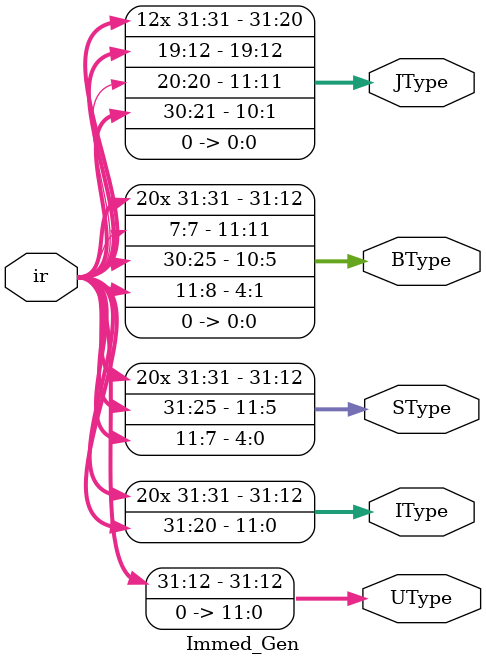
<source format=sv>
`timescale 1ns / 1ps


module Immed_Gen(
    input [31:0] ir,
    output logic [31:0] UType,
    output logic [31:0] IType,
    output logic [31:0] SType,
    output logic [31:0] BType,
    output logic [31:0] JType
    );

always_comb
    begin
    
        UType <= { ir[31:12], 12'b000000000000 };                           // UType 
        IType <= { {20{ir[31]}}, ir[31:20] };                               // IType
        SType <= { {20{ir[31]}}, ir[31:25], ir[11:7] };                     // SType
        BType <= { {20{ir[31]}}, ir[7], ir[30:25], ir[11:8], 1'b0 };        // BType
        JType <= { {12{ir[31]}}, ir[19:12], ir[20], ir[30:21], 1'b0 };      // JType
        
    end

endmodule

</source>
